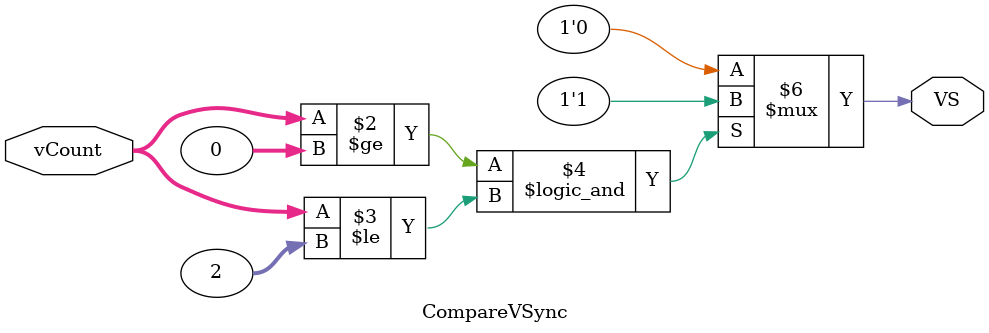
<source format=v>
`timescale 1ns / 1ps


module CompareVSync(
    input [31:0] vCount,
    output reg VS
    );
    
        always@(vCount)
    begin    
        if(vCount>=0&&vCount<=2) begin
            VS<=1;
        end
        else begin
            VS<=0;
        end
        
    end
endmodule

</source>
